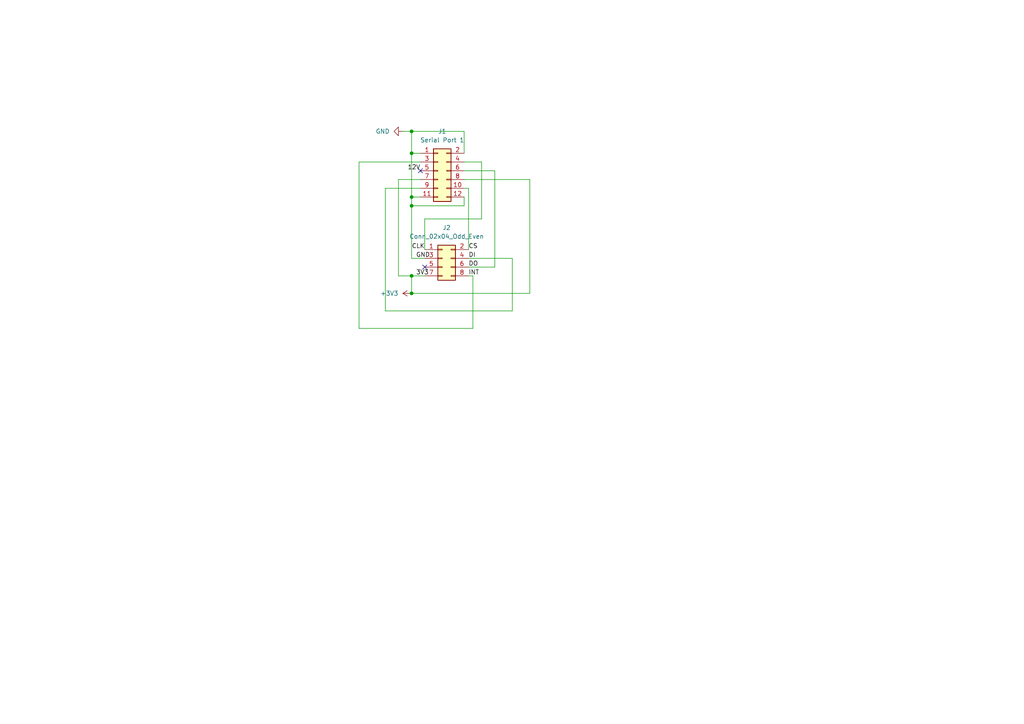
<source format=kicad_sch>
(kicad_sch (version 20230121) (generator eeschema)

  (uuid 04609bac-f3a4-41f9-afb5-e1f71da72a96)

  (paper "A4")

  (lib_symbols
    (symbol "Connector_Generic:Conn_02x04_Odd_Even" (pin_names (offset 1.016) hide) (in_bom yes) (on_board yes)
      (property "Reference" "J" (at 1.27 5.08 0)
        (effects (font (size 1.27 1.27)))
      )
      (property "Value" "Conn_02x04_Odd_Even" (at 1.27 -7.62 0)
        (effects (font (size 1.27 1.27)))
      )
      (property "Footprint" "" (at 0 0 0)
        (effects (font (size 1.27 1.27)) hide)
      )
      (property "Datasheet" "~" (at 0 0 0)
        (effects (font (size 1.27 1.27)) hide)
      )
      (property "ki_keywords" "connector" (at 0 0 0)
        (effects (font (size 1.27 1.27)) hide)
      )
      (property "ki_description" "Generic connector, double row, 02x04, odd/even pin numbering scheme (row 1 odd numbers, row 2 even numbers), script generated (kicad-library-utils/schlib/autogen/connector/)" (at 0 0 0)
        (effects (font (size 1.27 1.27)) hide)
      )
      (property "ki_fp_filters" "Connector*:*_2x??_*" (at 0 0 0)
        (effects (font (size 1.27 1.27)) hide)
      )
      (symbol "Conn_02x04_Odd_Even_1_1"
        (rectangle (start -1.27 -4.953) (end 0 -5.207)
          (stroke (width 0.1524) (type default))
          (fill (type none))
        )
        (rectangle (start -1.27 -2.413) (end 0 -2.667)
          (stroke (width 0.1524) (type default))
          (fill (type none))
        )
        (rectangle (start -1.27 0.127) (end 0 -0.127)
          (stroke (width 0.1524) (type default))
          (fill (type none))
        )
        (rectangle (start -1.27 2.667) (end 0 2.413)
          (stroke (width 0.1524) (type default))
          (fill (type none))
        )
        (rectangle (start -1.27 3.81) (end 3.81 -6.35)
          (stroke (width 0.254) (type default))
          (fill (type background))
        )
        (rectangle (start 3.81 -4.953) (end 2.54 -5.207)
          (stroke (width 0.1524) (type default))
          (fill (type none))
        )
        (rectangle (start 3.81 -2.413) (end 2.54 -2.667)
          (stroke (width 0.1524) (type default))
          (fill (type none))
        )
        (rectangle (start 3.81 0.127) (end 2.54 -0.127)
          (stroke (width 0.1524) (type default))
          (fill (type none))
        )
        (rectangle (start 3.81 2.667) (end 2.54 2.413)
          (stroke (width 0.1524) (type default))
          (fill (type none))
        )
        (pin passive line (at -5.08 2.54 0) (length 3.81)
          (name "Pin_1" (effects (font (size 1.27 1.27))))
          (number "1" (effects (font (size 1.27 1.27))))
        )
        (pin passive line (at 7.62 2.54 180) (length 3.81)
          (name "Pin_2" (effects (font (size 1.27 1.27))))
          (number "2" (effects (font (size 1.27 1.27))))
        )
        (pin passive line (at -5.08 0 0) (length 3.81)
          (name "Pin_3" (effects (font (size 1.27 1.27))))
          (number "3" (effects (font (size 1.27 1.27))))
        )
        (pin passive line (at 7.62 0 180) (length 3.81)
          (name "Pin_4" (effects (font (size 1.27 1.27))))
          (number "4" (effects (font (size 1.27 1.27))))
        )
        (pin passive line (at -5.08 -2.54 0) (length 3.81)
          (name "Pin_5" (effects (font (size 1.27 1.27))))
          (number "5" (effects (font (size 1.27 1.27))))
        )
        (pin passive line (at 7.62 -2.54 180) (length 3.81)
          (name "Pin_6" (effects (font (size 1.27 1.27))))
          (number "6" (effects (font (size 1.27 1.27))))
        )
        (pin passive line (at -5.08 -5.08 0) (length 3.81)
          (name "Pin_7" (effects (font (size 1.27 1.27))))
          (number "7" (effects (font (size 1.27 1.27))))
        )
        (pin passive line (at 7.62 -5.08 180) (length 3.81)
          (name "Pin_8" (effects (font (size 1.27 1.27))))
          (number "8" (effects (font (size 1.27 1.27))))
        )
      )
    )
    (symbol "Connector_Generic:Conn_02x06_Odd_Even" (pin_names (offset 1.016) hide) (in_bom yes) (on_board yes)
      (property "Reference" "J" (at 1.27 7.62 0)
        (effects (font (size 1.27 1.27)))
      )
      (property "Value" "Conn_02x06_Odd_Even" (at 1.27 -10.16 0)
        (effects (font (size 1.27 1.27)))
      )
      (property "Footprint" "" (at 0 0 0)
        (effects (font (size 1.27 1.27)) hide)
      )
      (property "Datasheet" "~" (at 0 0 0)
        (effects (font (size 1.27 1.27)) hide)
      )
      (property "ki_keywords" "connector" (at 0 0 0)
        (effects (font (size 1.27 1.27)) hide)
      )
      (property "ki_description" "Generic connector, double row, 02x06, odd/even pin numbering scheme (row 1 odd numbers, row 2 even numbers), script generated (kicad-library-utils/schlib/autogen/connector/)" (at 0 0 0)
        (effects (font (size 1.27 1.27)) hide)
      )
      (property "ki_fp_filters" "Connector*:*_2x??_*" (at 0 0 0)
        (effects (font (size 1.27 1.27)) hide)
      )
      (symbol "Conn_02x06_Odd_Even_1_1"
        (rectangle (start -1.27 -7.493) (end 0 -7.747)
          (stroke (width 0.1524) (type default))
          (fill (type none))
        )
        (rectangle (start -1.27 -4.953) (end 0 -5.207)
          (stroke (width 0.1524) (type default))
          (fill (type none))
        )
        (rectangle (start -1.27 -2.413) (end 0 -2.667)
          (stroke (width 0.1524) (type default))
          (fill (type none))
        )
        (rectangle (start -1.27 0.127) (end 0 -0.127)
          (stroke (width 0.1524) (type default))
          (fill (type none))
        )
        (rectangle (start -1.27 2.667) (end 0 2.413)
          (stroke (width 0.1524) (type default))
          (fill (type none))
        )
        (rectangle (start -1.27 5.207) (end 0 4.953)
          (stroke (width 0.1524) (type default))
          (fill (type none))
        )
        (rectangle (start -1.27 6.35) (end 3.81 -8.89)
          (stroke (width 0.254) (type default))
          (fill (type background))
        )
        (rectangle (start 3.81 -7.493) (end 2.54 -7.747)
          (stroke (width 0.1524) (type default))
          (fill (type none))
        )
        (rectangle (start 3.81 -4.953) (end 2.54 -5.207)
          (stroke (width 0.1524) (type default))
          (fill (type none))
        )
        (rectangle (start 3.81 -2.413) (end 2.54 -2.667)
          (stroke (width 0.1524) (type default))
          (fill (type none))
        )
        (rectangle (start 3.81 0.127) (end 2.54 -0.127)
          (stroke (width 0.1524) (type default))
          (fill (type none))
        )
        (rectangle (start 3.81 2.667) (end 2.54 2.413)
          (stroke (width 0.1524) (type default))
          (fill (type none))
        )
        (rectangle (start 3.81 5.207) (end 2.54 4.953)
          (stroke (width 0.1524) (type default))
          (fill (type none))
        )
        (pin passive line (at -5.08 5.08 0) (length 3.81)
          (name "Pin_1" (effects (font (size 1.27 1.27))))
          (number "1" (effects (font (size 1.27 1.27))))
        )
        (pin passive line (at 7.62 -5.08 180) (length 3.81)
          (name "Pin_10" (effects (font (size 1.27 1.27))))
          (number "10" (effects (font (size 1.27 1.27))))
        )
        (pin passive line (at -5.08 -7.62 0) (length 3.81)
          (name "Pin_11" (effects (font (size 1.27 1.27))))
          (number "11" (effects (font (size 1.27 1.27))))
        )
        (pin passive line (at 7.62 -7.62 180) (length 3.81)
          (name "Pin_12" (effects (font (size 1.27 1.27))))
          (number "12" (effects (font (size 1.27 1.27))))
        )
        (pin passive line (at 7.62 5.08 180) (length 3.81)
          (name "Pin_2" (effects (font (size 1.27 1.27))))
          (number "2" (effects (font (size 1.27 1.27))))
        )
        (pin passive line (at -5.08 2.54 0) (length 3.81)
          (name "Pin_3" (effects (font (size 1.27 1.27))))
          (number "3" (effects (font (size 1.27 1.27))))
        )
        (pin passive line (at 7.62 2.54 180) (length 3.81)
          (name "Pin_4" (effects (font (size 1.27 1.27))))
          (number "4" (effects (font (size 1.27 1.27))))
        )
        (pin passive line (at -5.08 0 0) (length 3.81)
          (name "Pin_5" (effects (font (size 1.27 1.27))))
          (number "5" (effects (font (size 1.27 1.27))))
        )
        (pin passive line (at 7.62 0 180) (length 3.81)
          (name "Pin_6" (effects (font (size 1.27 1.27))))
          (number "6" (effects (font (size 1.27 1.27))))
        )
        (pin passive line (at -5.08 -2.54 0) (length 3.81)
          (name "Pin_7" (effects (font (size 1.27 1.27))))
          (number "7" (effects (font (size 1.27 1.27))))
        )
        (pin passive line (at 7.62 -2.54 180) (length 3.81)
          (name "Pin_8" (effects (font (size 1.27 1.27))))
          (number "8" (effects (font (size 1.27 1.27))))
        )
        (pin passive line (at -5.08 -5.08 0) (length 3.81)
          (name "Pin_9" (effects (font (size 1.27 1.27))))
          (number "9" (effects (font (size 1.27 1.27))))
        )
      )
    )
    (symbol "power:+3V3" (power) (pin_names (offset 0)) (in_bom yes) (on_board yes)
      (property "Reference" "#PWR" (at 0 -3.81 0)
        (effects (font (size 1.27 1.27)) hide)
      )
      (property "Value" "+3V3" (at 0 3.556 0)
        (effects (font (size 1.27 1.27)))
      )
      (property "Footprint" "" (at 0 0 0)
        (effects (font (size 1.27 1.27)) hide)
      )
      (property "Datasheet" "" (at 0 0 0)
        (effects (font (size 1.27 1.27)) hide)
      )
      (property "ki_keywords" "global power" (at 0 0 0)
        (effects (font (size 1.27 1.27)) hide)
      )
      (property "ki_description" "Power symbol creates a global label with name \"+3V3\"" (at 0 0 0)
        (effects (font (size 1.27 1.27)) hide)
      )
      (symbol "+3V3_0_1"
        (polyline
          (pts
            (xy -0.762 1.27)
            (xy 0 2.54)
          )
          (stroke (width 0) (type default))
          (fill (type none))
        )
        (polyline
          (pts
            (xy 0 0)
            (xy 0 2.54)
          )
          (stroke (width 0) (type default))
          (fill (type none))
        )
        (polyline
          (pts
            (xy 0 2.54)
            (xy 0.762 1.27)
          )
          (stroke (width 0) (type default))
          (fill (type none))
        )
      )
      (symbol "+3V3_1_1"
        (pin power_in line (at 0 0 90) (length 0) hide
          (name "+3V3" (effects (font (size 1.27 1.27))))
          (number "1" (effects (font (size 1.27 1.27))))
        )
      )
    )
    (symbol "power:GND" (power) (pin_names (offset 0)) (in_bom yes) (on_board yes)
      (property "Reference" "#PWR" (at 0 -6.35 0)
        (effects (font (size 1.27 1.27)) hide)
      )
      (property "Value" "GND" (at 0 -3.81 0)
        (effects (font (size 1.27 1.27)))
      )
      (property "Footprint" "" (at 0 0 0)
        (effects (font (size 1.27 1.27)) hide)
      )
      (property "Datasheet" "" (at 0 0 0)
        (effects (font (size 1.27 1.27)) hide)
      )
      (property "ki_keywords" "global power" (at 0 0 0)
        (effects (font (size 1.27 1.27)) hide)
      )
      (property "ki_description" "Power symbol creates a global label with name \"GND\" , ground" (at 0 0 0)
        (effects (font (size 1.27 1.27)) hide)
      )
      (symbol "GND_0_1"
        (polyline
          (pts
            (xy 0 0)
            (xy 0 -1.27)
            (xy 1.27 -1.27)
            (xy 0 -2.54)
            (xy -1.27 -1.27)
            (xy 0 -1.27)
          )
          (stroke (width 0) (type default))
          (fill (type none))
        )
      )
      (symbol "GND_1_1"
        (pin power_in line (at 0 0 270) (length 0) hide
          (name "GND" (effects (font (size 1.27 1.27))))
          (number "1" (effects (font (size 1.27 1.27))))
        )
      )
    )
  )

  (junction (at 119.38 44.45) (diameter 0) (color 0 0 0 0)
    (uuid 5890b378-c520-48bc-a675-a4ad861a8722)
  )
  (junction (at 119.38 57.15) (diameter 0) (color 0 0 0 0)
    (uuid 6a6e392b-5299-4329-bb26-8b987fe57b72)
  )
  (junction (at 119.38 59.69) (diameter 0) (color 0 0 0 0)
    (uuid 8984b9f6-be49-4ca4-92e9-0b3dfae761c6)
  )
  (junction (at 119.38 80.01) (diameter 0) (color 0 0 0 0)
    (uuid 97b0d84b-393f-4c01-9c35-78d3b8433559)
  )
  (junction (at 119.38 85.09) (diameter 0) (color 0 0 0 0)
    (uuid 9e7b8d22-3950-4c63-b5ad-7a157d8b3729)
  )
  (junction (at 119.38 38.1) (diameter 0) (color 0 0 0 0)
    (uuid bfd4edb7-4224-4c32-af81-40b1f32cc464)
  )

  (no_connect (at 121.92 49.53) (uuid bb9dba4b-5d89-44d4-87d3-d5dd13d29937))
  (no_connect (at 123.19 77.47) (uuid ff8d478c-08ba-46e0-8bd9-259e3b15053b))

  (wire (pts (xy 119.38 74.93) (xy 123.19 74.93))
    (stroke (width 0) (type default))
    (uuid 15fe2a66-624b-478b-b1f3-e775179f840d)
  )
  (wire (pts (xy 111.76 90.17) (xy 148.59 90.17))
    (stroke (width 0) (type default))
    (uuid 1d96fa1f-09d9-4fcf-b5c0-19f9889682de)
  )
  (wire (pts (xy 119.38 59.69) (xy 119.38 74.93))
    (stroke (width 0) (type default))
    (uuid 20faacf1-5934-4ca6-a287-7ea9c188ed2e)
  )
  (wire (pts (xy 153.67 85.09) (xy 119.38 85.09))
    (stroke (width 0) (type default))
    (uuid 3204cd00-b311-43eb-8cf6-11a143d96735)
  )
  (wire (pts (xy 123.19 72.39) (xy 123.19 63.5))
    (stroke (width 0) (type default))
    (uuid 37592627-a391-453a-bd6b-22c6d39ec484)
  )
  (wire (pts (xy 115.57 52.07) (xy 121.92 52.07))
    (stroke (width 0) (type default))
    (uuid 39f8345b-c73b-4de5-9d37-70e6da554900)
  )
  (wire (pts (xy 119.38 44.45) (xy 121.92 44.45))
    (stroke (width 0) (type default))
    (uuid 3c6bd6b2-76be-4d1e-bbc5-bb8f6222df23)
  )
  (wire (pts (xy 134.62 38.1) (xy 119.38 38.1))
    (stroke (width 0) (type default))
    (uuid 4bde166d-6cf1-4d24-8c09-e977d6286481)
  )
  (wire (pts (xy 135.89 54.61) (xy 135.89 72.39))
    (stroke (width 0) (type default))
    (uuid 53cd08ec-2fbc-4269-b857-e7ac9d16e7b5)
  )
  (wire (pts (xy 143.51 77.47) (xy 143.51 49.53))
    (stroke (width 0) (type default))
    (uuid 54161649-af2c-485f-bd7f-e7c919d45677)
  )
  (wire (pts (xy 115.57 80.01) (xy 115.57 52.07))
    (stroke (width 0) (type default))
    (uuid 64fb5259-f120-4392-8009-3dc30ac41799)
  )
  (wire (pts (xy 134.62 44.45) (xy 134.62 38.1))
    (stroke (width 0) (type default))
    (uuid 650808e1-9b62-49b4-b2ec-2dd2b780d9f7)
  )
  (wire (pts (xy 148.59 90.17) (xy 148.59 74.93))
    (stroke (width 0) (type default))
    (uuid 700fc83d-a042-4063-9ec4-3c272ba7cd5a)
  )
  (wire (pts (xy 104.14 46.99) (xy 104.14 95.25))
    (stroke (width 0) (type default))
    (uuid 7630b25f-016b-4625-87c0-3dbdc711f0d6)
  )
  (wire (pts (xy 134.62 52.07) (xy 153.67 52.07))
    (stroke (width 0) (type default))
    (uuid 78de9b52-5d72-4e46-8c40-ec6ebf1ff60c)
  )
  (wire (pts (xy 119.38 38.1) (xy 119.38 44.45))
    (stroke (width 0) (type default))
    (uuid 7fe3dc38-be5e-48e2-9c8f-c01b5dc93577)
  )
  (wire (pts (xy 116.84 38.1) (xy 119.38 38.1))
    (stroke (width 0) (type default))
    (uuid 805beec2-08ce-4644-af19-ef0c63591058)
  )
  (wire (pts (xy 139.7 63.5) (xy 139.7 46.99))
    (stroke (width 0) (type default))
    (uuid 814a3169-889c-4f00-92b7-3686a6706ca3)
  )
  (wire (pts (xy 119.38 80.01) (xy 115.57 80.01))
    (stroke (width 0) (type default))
    (uuid 8842a2c1-6ba0-4914-a3d4-b6a238b7f247)
  )
  (wire (pts (xy 119.38 57.15) (xy 119.38 59.69))
    (stroke (width 0) (type default))
    (uuid 97d703c9-a4aa-4826-acc6-79c6e61cd60e)
  )
  (wire (pts (xy 137.16 95.25) (xy 137.16 80.01))
    (stroke (width 0) (type default))
    (uuid 9b9c95d0-3bc9-46e9-98aa-ee169268cfb7)
  )
  (wire (pts (xy 119.38 59.69) (xy 134.62 59.69))
    (stroke (width 0) (type default))
    (uuid 9bb4b865-2bca-49c5-85e6-8c4f29a13832)
  )
  (wire (pts (xy 121.92 46.99) (xy 104.14 46.99))
    (stroke (width 0) (type default))
    (uuid a60c5ed1-7b9d-4a25-ade4-ffc39f389e93)
  )
  (wire (pts (xy 119.38 80.01) (xy 119.38 85.09))
    (stroke (width 0) (type default))
    (uuid aac7fd1f-a2e8-4c54-a912-5e61ca71c03f)
  )
  (wire (pts (xy 143.51 49.53) (xy 134.62 49.53))
    (stroke (width 0) (type default))
    (uuid b0172b1c-8350-493f-af5f-3014c6ab3308)
  )
  (wire (pts (xy 119.38 44.45) (xy 119.38 57.15))
    (stroke (width 0) (type default))
    (uuid b7ea6fff-de6a-4fa0-97f7-087220818ee4)
  )
  (wire (pts (xy 123.19 63.5) (xy 139.7 63.5))
    (stroke (width 0) (type default))
    (uuid bb74c07a-8d57-46c4-9c96-d5bacf07c5a0)
  )
  (wire (pts (xy 121.92 54.61) (xy 111.76 54.61))
    (stroke (width 0) (type default))
    (uuid bb78a745-e0a0-4c34-92c3-cf9201d1a425)
  )
  (wire (pts (xy 111.76 54.61) (xy 111.76 90.17))
    (stroke (width 0) (type default))
    (uuid c11b552b-6f29-4edf-9ffe-8ce4a60697dc)
  )
  (wire (pts (xy 123.19 80.01) (xy 119.38 80.01))
    (stroke (width 0) (type default))
    (uuid c2e95d77-e62a-4dc7-8fbd-0ff921d2b291)
  )
  (wire (pts (xy 137.16 80.01) (xy 135.89 80.01))
    (stroke (width 0) (type default))
    (uuid c4496b63-ea5b-4a96-bdd4-6eecfbb6a09d)
  )
  (wire (pts (xy 148.59 74.93) (xy 135.89 74.93))
    (stroke (width 0) (type default))
    (uuid cc92cd4c-01d7-4bc3-b9d5-6e4679e1e7db)
  )
  (wire (pts (xy 153.67 52.07) (xy 153.67 85.09))
    (stroke (width 0) (type default))
    (uuid cd604e6c-b20f-4f4e-abc7-ecee7cb4a1c8)
  )
  (wire (pts (xy 121.92 57.15) (xy 119.38 57.15))
    (stroke (width 0) (type default))
    (uuid d3c559b8-a297-4388-baa4-116ced0490b0)
  )
  (wire (pts (xy 134.62 57.15) (xy 134.62 59.69))
    (stroke (width 0) (type default))
    (uuid dbb40a2d-2754-47f2-b050-c03b25590768)
  )
  (wire (pts (xy 134.62 54.61) (xy 135.89 54.61))
    (stroke (width 0) (type default))
    (uuid e95c0b6d-e8b5-4a6f-b96c-2741f96683a8)
  )
  (wire (pts (xy 135.89 77.47) (xy 143.51 77.47))
    (stroke (width 0) (type default))
    (uuid f29b91f0-37c3-47bf-a830-7fff88efdce1)
  )
  (wire (pts (xy 104.14 95.25) (xy 137.16 95.25))
    (stroke (width 0) (type default))
    (uuid fd4fdc41-2f0b-40ca-8292-2e329f27d5e0)
  )
  (wire (pts (xy 139.7 46.99) (xy 134.62 46.99))
    (stroke (width 0) (type default))
    (uuid fee3d01b-2cac-41de-8816-1aab5f1887da)
  )

  (label "INT" (at 135.89 80.01 0) (fields_autoplaced)
    (effects (font (size 1.27 1.27)) (justify left bottom))
    (uuid 006068dc-e75c-4f4b-b285-e7d7a838e974)
  )
  (label "CLK" (at 123.19 72.39 180) (fields_autoplaced)
    (effects (font (size 1.27 1.27)) (justify right bottom))
    (uuid 697404eb-8d1c-4bc2-b9e0-a9a243b8bc93)
  )
  (label "12V" (at 121.92 49.53 180) (fields_autoplaced)
    (effects (font (size 1.27 1.27)) (justify right bottom))
    (uuid 6fc16770-b22d-4b9f-8a9b-7acbf7b7776b)
  )
  (label "DO" (at 135.89 77.47 0) (fields_autoplaced)
    (effects (font (size 1.27 1.27)) (justify left bottom))
    (uuid 75ef412a-495f-4ec1-8608-883ce8b4aae6)
  )
  (label "DI" (at 135.89 74.93 0) (fields_autoplaced)
    (effects (font (size 1.27 1.27)) (justify left bottom))
    (uuid 93240586-b0d1-40a3-a4b5-8f313a7dd063)
  )
  (label "GND" (at 120.65 74.93 0) (fields_autoplaced)
    (effects (font (size 1.27 1.27)) (justify left bottom))
    (uuid d37a0dbc-83f7-41b7-ab95-9a8cd8b1f959)
  )
  (label "CS" (at 135.89 72.39 0) (fields_autoplaced)
    (effects (font (size 1.27 1.27)) (justify left bottom))
    (uuid db0370b3-d169-488e-b619-1d1c8bb98f46)
  )
  (label "3V3" (at 120.65 80.01 0) (fields_autoplaced)
    (effects (font (size 1.27 1.27)) (justify left bottom))
    (uuid e70b33ed-4e21-4561-bc6f-33afa674ff22)
  )

  (symbol (lib_id "Connector_Generic:Conn_02x06_Odd_Even") (at 127 49.53 0) (unit 1)
    (in_bom yes) (on_board yes) (dnp no) (fields_autoplaced)
    (uuid 38bfc8b8-7cb3-49f2-a385-d0dd8dd80e78)
    (property "Reference" "J1" (at 128.27 38.1 0)
      (effects (font (size 1.27 1.27)))
    )
    (property "Value" "Serial Port 1" (at 128.27 40.64 0)
      (effects (font (size 1.27 1.27)))
    )
    (property "Footprint" "GC_SP1Library:SP1_FootPrint" (at 127 49.53 0)
      (effects (font (size 1.27 1.27)) hide)
    )
    (property "Datasheet" "~" (at 127 49.53 0)
      (effects (font (size 1.27 1.27)) hide)
    )
    (pin "1" (uuid 452cd81f-1ed8-4146-9b25-ea1bc7081345))
    (pin "10" (uuid 444357da-0e42-4fc3-81cc-2398693153af))
    (pin "11" (uuid 2de45515-9f0b-467d-98ba-8415ee192423))
    (pin "12" (uuid f857399e-c85e-43dc-86af-b66ec9f629ab))
    (pin "2" (uuid 4e1cd76a-47e6-4e22-badf-ef5197b57604))
    (pin "3" (uuid 84dd5f75-9935-4735-baa0-fafa98fa44d4))
    (pin "4" (uuid 7294df4a-b00b-49cf-aa22-86fee66aafb0))
    (pin "5" (uuid e179f38e-cd74-4680-9f4e-f4cf724b15de))
    (pin "6" (uuid 04f6a55a-c179-49c1-ad06-012602ab15a4))
    (pin "7" (uuid f4474fa0-1f0f-4261-8c86-55353a3fc360))
    (pin "8" (uuid fcae6e90-d0b4-4bfd-90b6-dcc70a45d82b))
    (pin "9" (uuid f42631a4-30d1-46ef-95d0-f9a25905895e))
    (instances
      (project "ConnSP1"
        (path "/04609bac-f3a4-41f9-afb5-e1f71da72a96"
          (reference "J1") (unit 1)
        )
      )
    )
  )

  (symbol (lib_id "power:GND") (at 116.84 38.1 270) (unit 1)
    (in_bom yes) (on_board yes) (dnp no) (fields_autoplaced)
    (uuid 6b69d061-a760-4adf-8ea4-8ca279926b35)
    (property "Reference" "#PWR01" (at 110.49 38.1 0)
      (effects (font (size 1.27 1.27)) hide)
    )
    (property "Value" "GND" (at 113.03 38.1 90)
      (effects (font (size 1.27 1.27)) (justify right))
    )
    (property "Footprint" "" (at 116.84 38.1 0)
      (effects (font (size 1.27 1.27)) hide)
    )
    (property "Datasheet" "" (at 116.84 38.1 0)
      (effects (font (size 1.27 1.27)) hide)
    )
    (pin "1" (uuid 806ae4b1-d11b-4a86-8f4e-3a575ec05857))
    (instances
      (project "ConnSP1"
        (path "/04609bac-f3a4-41f9-afb5-e1f71da72a96"
          (reference "#PWR01") (unit 1)
        )
      )
    )
  )

  (symbol (lib_id "power:+3V3") (at 119.38 85.09 90) (unit 1)
    (in_bom yes) (on_board yes) (dnp no) (fields_autoplaced)
    (uuid 92a18c54-4cb9-433d-a7ca-7a904f727be8)
    (property "Reference" "#PWR02" (at 123.19 85.09 0)
      (effects (font (size 1.27 1.27)) hide)
    )
    (property "Value" "+3V3" (at 115.57 85.09 90)
      (effects (font (size 1.27 1.27)) (justify left))
    )
    (property "Footprint" "" (at 119.38 85.09 0)
      (effects (font (size 1.27 1.27)) hide)
    )
    (property "Datasheet" "" (at 119.38 85.09 0)
      (effects (font (size 1.27 1.27)) hide)
    )
    (pin "1" (uuid 21cb06e8-d9f8-4aa9-85a0-e4976a11e723))
    (instances
      (project "ConnSP1"
        (path "/04609bac-f3a4-41f9-afb5-e1f71da72a96"
          (reference "#PWR02") (unit 1)
        )
      )
    )
  )

  (symbol (lib_id "Connector_Generic:Conn_02x04_Odd_Even") (at 128.27 74.93 0) (unit 1)
    (in_bom yes) (on_board yes) (dnp no) (fields_autoplaced)
    (uuid a5ecbd65-55b7-48b5-b403-be2452f15f92)
    (property "Reference" "J2" (at 129.54 66.04 0)
      (effects (font (size 1.27 1.27)))
    )
    (property "Value" "Conn_02x04_Odd_Even" (at 129.54 68.58 0)
      (effects (font (size 1.27 1.27)))
    )
    (property "Footprint" "Connector_PinHeader_2.54mm:PinHeader_2x04_P2.54mm_Vertical" (at 128.27 74.93 0)
      (effects (font (size 1.27 1.27)) hide)
    )
    (property "Datasheet" "~" (at 128.27 74.93 0)
      (effects (font (size 1.27 1.27)) hide)
    )
    (pin "1" (uuid b400b8fa-61e3-44a0-9fdb-0e57131a67c2))
    (pin "2" (uuid 851d29d3-12bd-4146-945c-6a2bc457ba0c))
    (pin "3" (uuid f0722709-b759-47a6-965f-edb5f608513f))
    (pin "4" (uuid 1c59084e-e59e-4da6-8e5e-40e2a507ccbd))
    (pin "5" (uuid 1e1a5f6b-eb84-4640-9fe5-01407f8f8236))
    (pin "6" (uuid 452aa45f-fbe5-483f-883d-3a45ba3db7fa))
    (pin "7" (uuid ab5b2a29-1383-4073-ae04-f50f167c6b04))
    (pin "8" (uuid c907650d-5e89-4fd9-90dd-a768d500ee5e))
    (instances
      (project "ConnSP1"
        (path "/04609bac-f3a4-41f9-afb5-e1f71da72a96"
          (reference "J2") (unit 1)
        )
      )
    )
  )

  (sheet_instances
    (path "/" (page "1"))
  )
)

</source>
